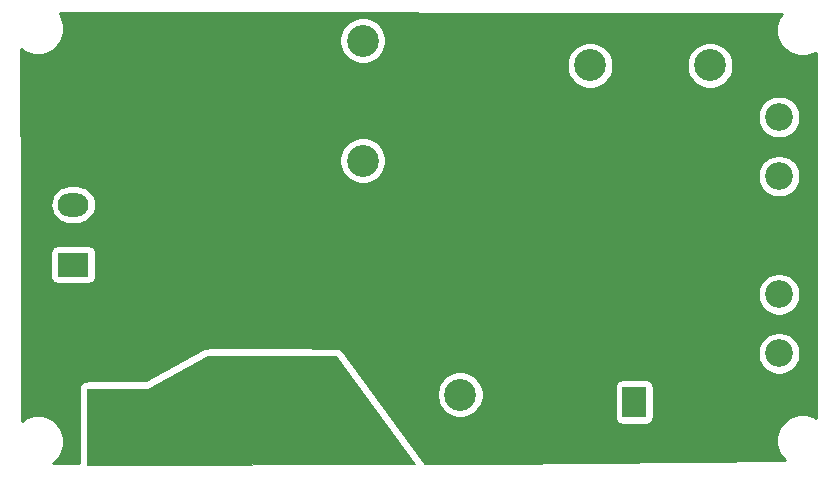
<source format=gbr>
G04 #@! TF.GenerationSoftware,KiCad,Pcbnew,(5.1.4)-1*
G04 #@! TF.CreationDate,2021-02-21T00:25:35+00:00*
G04 #@! TF.ProjectId,5v_to_bipolar15v_PSU,35765f74-6f5f-4626-9970-6f6c61723135,rev?*
G04 #@! TF.SameCoordinates,Original*
G04 #@! TF.FileFunction,Copper,L2,Bot*
G04 #@! TF.FilePolarity,Positive*
%FSLAX46Y46*%
G04 Gerber Fmt 4.6, Leading zero omitted, Abs format (unit mm)*
G04 Created by KiCad (PCBNEW (5.1.4)-1) date 2021-02-21 00:25:35*
%MOMM*%
%LPD*%
G04 APERTURE LIST*
%ADD10C,0.100000*%
%ADD11C,2.700020*%
%ADD12R,2.000000X2.600000*%
%ADD13O,2.000000X2.600000*%
%ADD14R,2.600000X2.000000*%
%ADD15O,2.600000X2.000000*%
%ADD16C,2.350000*%
%ADD17C,0.800000*%
%ADD18C,0.254000*%
G04 APERTURE END LIST*
D10*
G36*
X142491000Y-107184900D02*
G01*
X149158500Y-116328900D01*
X121345000Y-116440400D01*
X121345000Y-109963400D01*
X126552000Y-109963400D01*
X131632000Y-107169400D01*
X138363000Y-107169400D01*
X142491000Y-107184900D01*
G37*
X142491000Y-107184900D02*
X149158500Y-116328900D01*
X121345000Y-116440400D01*
X121345000Y-109963400D01*
X126552000Y-109963400D01*
X131632000Y-107169400D01*
X138363000Y-107169400D01*
X142491000Y-107184900D01*
D11*
X152961000Y-110471400D03*
X142801000Y-110471400D03*
X174121000Y-82603400D03*
X163961000Y-82603400D03*
X144713000Y-90659400D03*
X144713000Y-80499400D03*
D12*
X167711000Y-111103400D03*
D13*
X165171000Y-111103400D03*
D14*
X120201500Y-99466400D03*
D15*
X120201500Y-96926400D03*
X120201500Y-94386400D03*
D16*
X179961000Y-101976400D03*
X179961000Y-106976400D03*
X179961000Y-91976400D03*
X179961000Y-86976400D03*
D17*
X129981000Y-115043400D03*
X129981000Y-112503400D03*
X132521000Y-115043400D03*
X127441000Y-115043400D03*
X124901000Y-115043400D03*
X135061000Y-115043400D03*
X137601000Y-115043400D03*
X140141000Y-115043400D03*
X140141000Y-112503400D03*
X142681000Y-115043400D03*
X145221000Y-115043400D03*
X142681000Y-112503400D03*
X152841000Y-97771400D03*
X132521000Y-92183400D03*
X135061000Y-92183400D03*
X137601000Y-92183400D03*
X137601000Y-102343400D03*
X126805500Y-95406400D03*
X126805500Y-99216400D03*
X152079000Y-95993400D03*
X152865900Y-96882400D03*
X152865900Y-95965200D03*
X152079000Y-96882400D03*
X126166500Y-96926400D03*
X174453000Y-111796900D03*
X170643000Y-111796900D03*
X117915500Y-85246400D03*
X117915500Y-87786400D03*
X117915500Y-90326400D03*
X117915500Y-109376400D03*
X117915500Y-106836400D03*
X117915500Y-104296400D03*
X173961000Y-90853400D03*
X173961000Y-89853400D03*
X137601000Y-99803400D03*
X137601000Y-97263400D03*
X137601000Y-94723400D03*
X135061000Y-94723400D03*
X135061000Y-97263400D03*
X135061000Y-99803400D03*
X132521000Y-99803400D03*
X132521000Y-97263400D03*
X132521000Y-94723400D03*
X129981000Y-92183400D03*
X129981000Y-94723400D03*
X129981000Y-97263400D03*
X129981000Y-99803400D03*
X140141000Y-99803400D03*
X140141000Y-97263400D03*
X140141000Y-94723400D03*
X140141000Y-92183400D03*
X140141000Y-89643400D03*
X140141000Y-102343400D03*
X140141000Y-104883400D03*
X142681000Y-104883400D03*
X157667000Y-113773400D03*
X163001000Y-113773400D03*
X152333000Y-115043400D03*
X149031000Y-113011400D03*
X144586000Y-107423400D03*
X146745000Y-110217400D03*
X142046000Y-87103400D03*
X144967000Y-84055400D03*
X147507000Y-79864400D03*
X150809000Y-78721400D03*
X155635000Y-78721400D03*
X160461000Y-78721400D03*
X165287000Y-78721400D03*
X168843000Y-82531400D03*
X167282000Y-85626400D03*
X167282000Y-88039400D03*
X167282000Y-90579400D03*
X166049000Y-96247400D03*
X166176000Y-101708400D03*
X169568000Y-108105400D03*
X152105500Y-95104400D03*
X152079000Y-97771400D03*
D18*
G36*
X180191991Y-78228016D02*
G01*
X179980369Y-78544731D01*
X179811890Y-78951475D01*
X179726000Y-79383272D01*
X179726000Y-79823528D01*
X179811890Y-80255325D01*
X179980369Y-80662069D01*
X180224962Y-81028129D01*
X180536271Y-81339438D01*
X180902331Y-81584031D01*
X181309075Y-81752510D01*
X181740872Y-81838400D01*
X182181128Y-81838400D01*
X182612925Y-81752510D01*
X183019669Y-81584031D01*
X183084000Y-81541046D01*
X183084000Y-112415754D01*
X183019669Y-112372769D01*
X182612925Y-112204290D01*
X182181128Y-112118400D01*
X181740872Y-112118400D01*
X181309075Y-112204290D01*
X180902331Y-112372769D01*
X180536271Y-112617362D01*
X180224962Y-112928671D01*
X179980369Y-113294731D01*
X179811890Y-113701475D01*
X179726000Y-114133272D01*
X179726000Y-114573528D01*
X179811890Y-115005325D01*
X179980369Y-115412069D01*
X180224962Y-115778129D01*
X180456425Y-116009592D01*
X155831744Y-116306400D01*
X149994729Y-116306400D01*
X149720729Y-115938630D01*
X149717566Y-115933084D01*
X149711985Y-115925317D01*
X145592615Y-110275894D01*
X150975990Y-110275894D01*
X150975990Y-110666906D01*
X151052272Y-111050406D01*
X151201907Y-111411655D01*
X151419142Y-111736770D01*
X151695630Y-112013258D01*
X152020745Y-112230493D01*
X152381994Y-112380128D01*
X152765494Y-112456410D01*
X153156506Y-112456410D01*
X153540006Y-112380128D01*
X153901255Y-112230493D01*
X154226370Y-112013258D01*
X154502858Y-111736770D01*
X154720093Y-111411655D01*
X154869728Y-111050406D01*
X154946010Y-110666906D01*
X154946010Y-110275894D01*
X154869728Y-109892394D01*
X154832866Y-109803400D01*
X166072928Y-109803400D01*
X166072928Y-112403400D01*
X166085188Y-112527882D01*
X166121498Y-112647580D01*
X166180463Y-112757894D01*
X166259815Y-112854585D01*
X166356506Y-112933937D01*
X166466820Y-112992902D01*
X166586518Y-113029212D01*
X166711000Y-113041472D01*
X168711000Y-113041472D01*
X168835482Y-113029212D01*
X168955180Y-112992902D01*
X169065494Y-112933937D01*
X169162185Y-112854585D01*
X169241537Y-112757894D01*
X169300502Y-112647580D01*
X169336812Y-112527882D01*
X169349072Y-112403400D01*
X169349072Y-109803400D01*
X169336812Y-109678918D01*
X169300502Y-109559220D01*
X169241537Y-109448906D01*
X169162185Y-109352215D01*
X169065494Y-109272863D01*
X168955180Y-109213898D01*
X168835482Y-109177588D01*
X168711000Y-109165328D01*
X166711000Y-109165328D01*
X166586518Y-109177588D01*
X166466820Y-109213898D01*
X166356506Y-109272863D01*
X166259815Y-109352215D01*
X166180463Y-109448906D01*
X166121498Y-109559220D01*
X166085188Y-109678918D01*
X166072928Y-109803400D01*
X154832866Y-109803400D01*
X154720093Y-109531145D01*
X154502858Y-109206030D01*
X154226370Y-108929542D01*
X153901255Y-108712307D01*
X153540006Y-108562672D01*
X153156506Y-108486390D01*
X152765494Y-108486390D01*
X152381994Y-108562672D01*
X152020745Y-108712307D01*
X151695630Y-108929542D01*
X151419142Y-109206030D01*
X151201907Y-109531145D01*
X151052272Y-109892394D01*
X150975990Y-110275894D01*
X145592615Y-110275894D01*
X143056746Y-106798131D01*
X178151000Y-106798131D01*
X178151000Y-107154669D01*
X178220557Y-107504358D01*
X178356999Y-107833757D01*
X178555081Y-108130208D01*
X178807192Y-108382319D01*
X179103643Y-108580401D01*
X179433042Y-108716843D01*
X179782731Y-108786400D01*
X180139269Y-108786400D01*
X180488958Y-108716843D01*
X180818357Y-108580401D01*
X181114808Y-108382319D01*
X181366919Y-108130208D01*
X181565001Y-107833757D01*
X181701443Y-107504358D01*
X181771000Y-107154669D01*
X181771000Y-106798131D01*
X181701443Y-106448442D01*
X181565001Y-106119043D01*
X181366919Y-105822592D01*
X181114808Y-105570481D01*
X180818357Y-105372399D01*
X180488958Y-105235957D01*
X180139269Y-105166400D01*
X179782731Y-105166400D01*
X179433042Y-105235957D01*
X179103643Y-105372399D01*
X178807192Y-105570481D01*
X178555081Y-105822592D01*
X178356999Y-106119043D01*
X178220557Y-106448442D01*
X178151000Y-106798131D01*
X143056746Y-106798131D01*
X143044485Y-106781317D01*
X143012344Y-106745241D01*
X142982210Y-106707472D01*
X142967965Y-106695428D01*
X142955554Y-106681497D01*
X142917013Y-106652347D01*
X142880121Y-106621154D01*
X142863810Y-106612107D01*
X142848929Y-106600852D01*
X142805460Y-106579743D01*
X142763212Y-106556310D01*
X142745453Y-106550603D01*
X142728670Y-106542453D01*
X142681939Y-106530192D01*
X142635935Y-106515408D01*
X142617401Y-106513259D01*
X142599359Y-106508525D01*
X142551129Y-106505574D01*
X142503136Y-106500008D01*
X142493572Y-106499905D01*
X138365572Y-106484405D01*
X138365443Y-106484417D01*
X138363000Y-106484400D01*
X131632000Y-106484400D01*
X131598592Y-106487676D01*
X131565027Y-106487682D01*
X131532226Y-106494183D01*
X131498949Y-106497446D01*
X131466819Y-106507146D01*
X131433890Y-106513673D01*
X131402975Y-106526422D01*
X131370967Y-106536086D01*
X131341328Y-106551845D01*
X131310298Y-106564642D01*
X131301886Y-106569192D01*
X126376053Y-109278400D01*
X121345000Y-109278400D01*
X121280855Y-109284690D01*
X121216644Y-109290533D01*
X121214338Y-109291212D01*
X121211949Y-109291446D01*
X121150277Y-109310066D01*
X121088394Y-109328279D01*
X121086264Y-109329392D01*
X121083967Y-109330086D01*
X121027114Y-109360316D01*
X120969919Y-109390216D01*
X120968045Y-109391723D01*
X120965927Y-109392849D01*
X120916014Y-109433557D01*
X120865731Y-109473986D01*
X120864187Y-109475827D01*
X120862326Y-109477344D01*
X120821234Y-109527016D01*
X120779797Y-109576398D01*
X120778640Y-109578502D01*
X120777109Y-109580353D01*
X120746459Y-109637039D01*
X120715392Y-109693550D01*
X120714665Y-109695842D01*
X120713524Y-109697952D01*
X120694476Y-109759484D01*
X120674969Y-109820980D01*
X120674701Y-109823368D01*
X120673991Y-109825662D01*
X120667254Y-109889766D01*
X120660067Y-109953836D01*
X120660035Y-109958450D01*
X120660017Y-109958618D01*
X120660032Y-109958786D01*
X120660000Y-109963400D01*
X120660000Y-116306400D01*
X118486639Y-116306400D01*
X118642229Y-116202438D01*
X118953538Y-115891129D01*
X119198131Y-115525069D01*
X119366610Y-115118325D01*
X119452500Y-114686528D01*
X119452500Y-114246272D01*
X119366610Y-113814475D01*
X119198131Y-113407731D01*
X118953538Y-113041671D01*
X118642229Y-112730362D01*
X118276169Y-112485769D01*
X117869425Y-112317290D01*
X117437628Y-112231400D01*
X116997372Y-112231400D01*
X116565575Y-112317290D01*
X116158831Y-112485769D01*
X115844387Y-112695874D01*
X115836874Y-101798131D01*
X178151000Y-101798131D01*
X178151000Y-102154669D01*
X178220557Y-102504358D01*
X178356999Y-102833757D01*
X178555081Y-103130208D01*
X178807192Y-103382319D01*
X179103643Y-103580401D01*
X179433042Y-103716843D01*
X179782731Y-103786400D01*
X180139269Y-103786400D01*
X180488958Y-103716843D01*
X180818357Y-103580401D01*
X181114808Y-103382319D01*
X181366919Y-103130208D01*
X181565001Y-102833757D01*
X181701443Y-102504358D01*
X181771000Y-102154669D01*
X181771000Y-101798131D01*
X181701443Y-101448442D01*
X181565001Y-101119043D01*
X181366919Y-100822592D01*
X181114808Y-100570481D01*
X180818357Y-100372399D01*
X180488958Y-100235957D01*
X180139269Y-100166400D01*
X179782731Y-100166400D01*
X179433042Y-100235957D01*
X179103643Y-100372399D01*
X178807192Y-100570481D01*
X178555081Y-100822592D01*
X178356999Y-101119043D01*
X178220557Y-101448442D01*
X178151000Y-101798131D01*
X115836874Y-101798131D01*
X115834577Y-98466400D01*
X118263428Y-98466400D01*
X118263428Y-100466400D01*
X118275688Y-100590882D01*
X118311998Y-100710580D01*
X118370963Y-100820894D01*
X118450315Y-100917585D01*
X118547006Y-100996937D01*
X118657320Y-101055902D01*
X118777018Y-101092212D01*
X118901500Y-101104472D01*
X121501500Y-101104472D01*
X121625982Y-101092212D01*
X121745680Y-101055902D01*
X121855994Y-100996937D01*
X121952685Y-100917585D01*
X122032037Y-100820894D01*
X122091002Y-100710580D01*
X122127312Y-100590882D01*
X122139572Y-100466400D01*
X122139572Y-98466400D01*
X122127312Y-98341918D01*
X122091002Y-98222220D01*
X122032037Y-98111906D01*
X121952685Y-98015215D01*
X121855994Y-97935863D01*
X121745680Y-97876898D01*
X121625982Y-97840588D01*
X121501500Y-97828328D01*
X118901500Y-97828328D01*
X118777018Y-97840588D01*
X118657320Y-97876898D01*
X118547006Y-97935863D01*
X118450315Y-98015215D01*
X118370963Y-98111906D01*
X118311998Y-98222220D01*
X118275688Y-98341918D01*
X118263428Y-98466400D01*
X115834577Y-98466400D01*
X115831764Y-94386400D01*
X118258589Y-94386400D01*
X118290157Y-94706916D01*
X118383648Y-95015115D01*
X118535469Y-95299152D01*
X118739786Y-95548114D01*
X118988748Y-95752431D01*
X119272785Y-95904252D01*
X119580984Y-95997743D01*
X119821178Y-96021400D01*
X120581822Y-96021400D01*
X120822016Y-95997743D01*
X121130215Y-95904252D01*
X121414252Y-95752431D01*
X121663214Y-95548114D01*
X121867531Y-95299152D01*
X122019352Y-95015115D01*
X122112843Y-94706916D01*
X122144411Y-94386400D01*
X122112843Y-94065884D01*
X122019352Y-93757685D01*
X121867531Y-93473648D01*
X121663214Y-93224686D01*
X121414252Y-93020369D01*
X121130215Y-92868548D01*
X120822016Y-92775057D01*
X120581822Y-92751400D01*
X119821178Y-92751400D01*
X119580984Y-92775057D01*
X119272785Y-92868548D01*
X118988748Y-93020369D01*
X118739786Y-93224686D01*
X118535469Y-93473648D01*
X118383648Y-93757685D01*
X118290157Y-94065884D01*
X118258589Y-94386400D01*
X115831764Y-94386400D01*
X115829060Y-90463894D01*
X142727990Y-90463894D01*
X142727990Y-90854906D01*
X142804272Y-91238406D01*
X142953907Y-91599655D01*
X143171142Y-91924770D01*
X143447630Y-92201258D01*
X143772745Y-92418493D01*
X144133994Y-92568128D01*
X144517494Y-92644410D01*
X144908506Y-92644410D01*
X145292006Y-92568128D01*
X145653255Y-92418493D01*
X145978370Y-92201258D01*
X146254858Y-91924770D01*
X146339475Y-91798131D01*
X178151000Y-91798131D01*
X178151000Y-92154669D01*
X178220557Y-92504358D01*
X178356999Y-92833757D01*
X178555081Y-93130208D01*
X178807192Y-93382319D01*
X179103643Y-93580401D01*
X179433042Y-93716843D01*
X179782731Y-93786400D01*
X180139269Y-93786400D01*
X180488958Y-93716843D01*
X180818357Y-93580401D01*
X181114808Y-93382319D01*
X181366919Y-93130208D01*
X181565001Y-92833757D01*
X181701443Y-92504358D01*
X181771000Y-92154669D01*
X181771000Y-91798131D01*
X181701443Y-91448442D01*
X181565001Y-91119043D01*
X181366919Y-90822592D01*
X181114808Y-90570481D01*
X180818357Y-90372399D01*
X180488958Y-90235957D01*
X180139269Y-90166400D01*
X179782731Y-90166400D01*
X179433042Y-90235957D01*
X179103643Y-90372399D01*
X178807192Y-90570481D01*
X178555081Y-90822592D01*
X178356999Y-91119043D01*
X178220557Y-91448442D01*
X178151000Y-91798131D01*
X146339475Y-91798131D01*
X146472093Y-91599655D01*
X146621728Y-91238406D01*
X146698010Y-90854906D01*
X146698010Y-90463894D01*
X146621728Y-90080394D01*
X146472093Y-89719145D01*
X146254858Y-89394030D01*
X145978370Y-89117542D01*
X145653255Y-88900307D01*
X145292006Y-88750672D01*
X144908506Y-88674390D01*
X144517494Y-88674390D01*
X144133994Y-88750672D01*
X143772745Y-88900307D01*
X143447630Y-89117542D01*
X143171142Y-89394030D01*
X142953907Y-89719145D01*
X142804272Y-90080394D01*
X142727990Y-90463894D01*
X115829060Y-90463894D01*
X115826533Y-86798131D01*
X178151000Y-86798131D01*
X178151000Y-87154669D01*
X178220557Y-87504358D01*
X178356999Y-87833757D01*
X178555081Y-88130208D01*
X178807192Y-88382319D01*
X179103643Y-88580401D01*
X179433042Y-88716843D01*
X179782731Y-88786400D01*
X180139269Y-88786400D01*
X180488958Y-88716843D01*
X180818357Y-88580401D01*
X181114808Y-88382319D01*
X181366919Y-88130208D01*
X181565001Y-87833757D01*
X181701443Y-87504358D01*
X181771000Y-87154669D01*
X181771000Y-86798131D01*
X181701443Y-86448442D01*
X181565001Y-86119043D01*
X181366919Y-85822592D01*
X181114808Y-85570481D01*
X180818357Y-85372399D01*
X180488958Y-85235957D01*
X180139269Y-85166400D01*
X179782731Y-85166400D01*
X179433042Y-85235957D01*
X179103643Y-85372399D01*
X178807192Y-85570481D01*
X178555081Y-85822592D01*
X178356999Y-86119043D01*
X178220557Y-86448442D01*
X178151000Y-86798131D01*
X115826533Y-86798131D01*
X115822688Y-81222428D01*
X116158831Y-81447031D01*
X116565575Y-81615510D01*
X116997372Y-81701400D01*
X117437628Y-81701400D01*
X117869425Y-81615510D01*
X118276169Y-81447031D01*
X118642229Y-81202438D01*
X118953538Y-80891129D01*
X119198131Y-80525069D01*
X119289744Y-80303894D01*
X142727990Y-80303894D01*
X142727990Y-80694906D01*
X142804272Y-81078406D01*
X142953907Y-81439655D01*
X143171142Y-81764770D01*
X143447630Y-82041258D01*
X143772745Y-82258493D01*
X144133994Y-82408128D01*
X144517494Y-82484410D01*
X144908506Y-82484410D01*
X145292006Y-82408128D01*
X145292570Y-82407894D01*
X161975990Y-82407894D01*
X161975990Y-82798906D01*
X162052272Y-83182406D01*
X162201907Y-83543655D01*
X162419142Y-83868770D01*
X162695630Y-84145258D01*
X163020745Y-84362493D01*
X163381994Y-84512128D01*
X163765494Y-84588410D01*
X164156506Y-84588410D01*
X164540006Y-84512128D01*
X164901255Y-84362493D01*
X165226370Y-84145258D01*
X165502858Y-83868770D01*
X165720093Y-83543655D01*
X165869728Y-83182406D01*
X165946010Y-82798906D01*
X165946010Y-82407894D01*
X172135990Y-82407894D01*
X172135990Y-82798906D01*
X172212272Y-83182406D01*
X172361907Y-83543655D01*
X172579142Y-83868770D01*
X172855630Y-84145258D01*
X173180745Y-84362493D01*
X173541994Y-84512128D01*
X173925494Y-84588410D01*
X174316506Y-84588410D01*
X174700006Y-84512128D01*
X175061255Y-84362493D01*
X175386370Y-84145258D01*
X175662858Y-83868770D01*
X175880093Y-83543655D01*
X176029728Y-83182406D01*
X176106010Y-82798906D01*
X176106010Y-82407894D01*
X176029728Y-82024394D01*
X175880093Y-81663145D01*
X175662858Y-81338030D01*
X175386370Y-81061542D01*
X175061255Y-80844307D01*
X174700006Y-80694672D01*
X174316506Y-80618390D01*
X173925494Y-80618390D01*
X173541994Y-80694672D01*
X173180745Y-80844307D01*
X172855630Y-81061542D01*
X172579142Y-81338030D01*
X172361907Y-81663145D01*
X172212272Y-82024394D01*
X172135990Y-82407894D01*
X165946010Y-82407894D01*
X165869728Y-82024394D01*
X165720093Y-81663145D01*
X165502858Y-81338030D01*
X165226370Y-81061542D01*
X164901255Y-80844307D01*
X164540006Y-80694672D01*
X164156506Y-80618390D01*
X163765494Y-80618390D01*
X163381994Y-80694672D01*
X163020745Y-80844307D01*
X162695630Y-81061542D01*
X162419142Y-81338030D01*
X162201907Y-81663145D01*
X162052272Y-82024394D01*
X161975990Y-82407894D01*
X145292570Y-82407894D01*
X145653255Y-82258493D01*
X145978370Y-82041258D01*
X146254858Y-81764770D01*
X146472093Y-81439655D01*
X146621728Y-81078406D01*
X146698010Y-80694906D01*
X146698010Y-80303894D01*
X146621728Y-79920394D01*
X146472093Y-79559145D01*
X146254858Y-79234030D01*
X145978370Y-78957542D01*
X145653255Y-78740307D01*
X145292006Y-78590672D01*
X144908506Y-78514390D01*
X144517494Y-78514390D01*
X144133994Y-78590672D01*
X143772745Y-78740307D01*
X143447630Y-78957542D01*
X143171142Y-79234030D01*
X142953907Y-79559145D01*
X142804272Y-79920394D01*
X142727990Y-80303894D01*
X119289744Y-80303894D01*
X119366610Y-80118325D01*
X119452500Y-79686528D01*
X119452500Y-79246272D01*
X119366610Y-78814475D01*
X119198131Y-78407731D01*
X119045783Y-78179725D01*
X180191991Y-78228016D01*
X180191991Y-78228016D01*
G37*
X180191991Y-78228016D02*
X179980369Y-78544731D01*
X179811890Y-78951475D01*
X179726000Y-79383272D01*
X179726000Y-79823528D01*
X179811890Y-80255325D01*
X179980369Y-80662069D01*
X180224962Y-81028129D01*
X180536271Y-81339438D01*
X180902331Y-81584031D01*
X181309075Y-81752510D01*
X181740872Y-81838400D01*
X182181128Y-81838400D01*
X182612925Y-81752510D01*
X183019669Y-81584031D01*
X183084000Y-81541046D01*
X183084000Y-112415754D01*
X183019669Y-112372769D01*
X182612925Y-112204290D01*
X182181128Y-112118400D01*
X181740872Y-112118400D01*
X181309075Y-112204290D01*
X180902331Y-112372769D01*
X180536271Y-112617362D01*
X180224962Y-112928671D01*
X179980369Y-113294731D01*
X179811890Y-113701475D01*
X179726000Y-114133272D01*
X179726000Y-114573528D01*
X179811890Y-115005325D01*
X179980369Y-115412069D01*
X180224962Y-115778129D01*
X180456425Y-116009592D01*
X155831744Y-116306400D01*
X149994729Y-116306400D01*
X149720729Y-115938630D01*
X149717566Y-115933084D01*
X149711985Y-115925317D01*
X145592615Y-110275894D01*
X150975990Y-110275894D01*
X150975990Y-110666906D01*
X151052272Y-111050406D01*
X151201907Y-111411655D01*
X151419142Y-111736770D01*
X151695630Y-112013258D01*
X152020745Y-112230493D01*
X152381994Y-112380128D01*
X152765494Y-112456410D01*
X153156506Y-112456410D01*
X153540006Y-112380128D01*
X153901255Y-112230493D01*
X154226370Y-112013258D01*
X154502858Y-111736770D01*
X154720093Y-111411655D01*
X154869728Y-111050406D01*
X154946010Y-110666906D01*
X154946010Y-110275894D01*
X154869728Y-109892394D01*
X154832866Y-109803400D01*
X166072928Y-109803400D01*
X166072928Y-112403400D01*
X166085188Y-112527882D01*
X166121498Y-112647580D01*
X166180463Y-112757894D01*
X166259815Y-112854585D01*
X166356506Y-112933937D01*
X166466820Y-112992902D01*
X166586518Y-113029212D01*
X166711000Y-113041472D01*
X168711000Y-113041472D01*
X168835482Y-113029212D01*
X168955180Y-112992902D01*
X169065494Y-112933937D01*
X169162185Y-112854585D01*
X169241537Y-112757894D01*
X169300502Y-112647580D01*
X169336812Y-112527882D01*
X169349072Y-112403400D01*
X169349072Y-109803400D01*
X169336812Y-109678918D01*
X169300502Y-109559220D01*
X169241537Y-109448906D01*
X169162185Y-109352215D01*
X169065494Y-109272863D01*
X168955180Y-109213898D01*
X168835482Y-109177588D01*
X168711000Y-109165328D01*
X166711000Y-109165328D01*
X166586518Y-109177588D01*
X166466820Y-109213898D01*
X166356506Y-109272863D01*
X166259815Y-109352215D01*
X166180463Y-109448906D01*
X166121498Y-109559220D01*
X166085188Y-109678918D01*
X166072928Y-109803400D01*
X154832866Y-109803400D01*
X154720093Y-109531145D01*
X154502858Y-109206030D01*
X154226370Y-108929542D01*
X153901255Y-108712307D01*
X153540006Y-108562672D01*
X153156506Y-108486390D01*
X152765494Y-108486390D01*
X152381994Y-108562672D01*
X152020745Y-108712307D01*
X151695630Y-108929542D01*
X151419142Y-109206030D01*
X151201907Y-109531145D01*
X151052272Y-109892394D01*
X150975990Y-110275894D01*
X145592615Y-110275894D01*
X143056746Y-106798131D01*
X178151000Y-106798131D01*
X178151000Y-107154669D01*
X178220557Y-107504358D01*
X178356999Y-107833757D01*
X178555081Y-108130208D01*
X178807192Y-108382319D01*
X179103643Y-108580401D01*
X179433042Y-108716843D01*
X179782731Y-108786400D01*
X180139269Y-108786400D01*
X180488958Y-108716843D01*
X180818357Y-108580401D01*
X181114808Y-108382319D01*
X181366919Y-108130208D01*
X181565001Y-107833757D01*
X181701443Y-107504358D01*
X181771000Y-107154669D01*
X181771000Y-106798131D01*
X181701443Y-106448442D01*
X181565001Y-106119043D01*
X181366919Y-105822592D01*
X181114808Y-105570481D01*
X180818357Y-105372399D01*
X180488958Y-105235957D01*
X180139269Y-105166400D01*
X179782731Y-105166400D01*
X179433042Y-105235957D01*
X179103643Y-105372399D01*
X178807192Y-105570481D01*
X178555081Y-105822592D01*
X178356999Y-106119043D01*
X178220557Y-106448442D01*
X178151000Y-106798131D01*
X143056746Y-106798131D01*
X143044485Y-106781317D01*
X143012344Y-106745241D01*
X142982210Y-106707472D01*
X142967965Y-106695428D01*
X142955554Y-106681497D01*
X142917013Y-106652347D01*
X142880121Y-106621154D01*
X142863810Y-106612107D01*
X142848929Y-106600852D01*
X142805460Y-106579743D01*
X142763212Y-106556310D01*
X142745453Y-106550603D01*
X142728670Y-106542453D01*
X142681939Y-106530192D01*
X142635935Y-106515408D01*
X142617401Y-106513259D01*
X142599359Y-106508525D01*
X142551129Y-106505574D01*
X142503136Y-106500008D01*
X142493572Y-106499905D01*
X138365572Y-106484405D01*
X138365443Y-106484417D01*
X138363000Y-106484400D01*
X131632000Y-106484400D01*
X131598592Y-106487676D01*
X131565027Y-106487682D01*
X131532226Y-106494183D01*
X131498949Y-106497446D01*
X131466819Y-106507146D01*
X131433890Y-106513673D01*
X131402975Y-106526422D01*
X131370967Y-106536086D01*
X131341328Y-106551845D01*
X131310298Y-106564642D01*
X131301886Y-106569192D01*
X126376053Y-109278400D01*
X121345000Y-109278400D01*
X121280855Y-109284690D01*
X121216644Y-109290533D01*
X121214338Y-109291212D01*
X121211949Y-109291446D01*
X121150277Y-109310066D01*
X121088394Y-109328279D01*
X121086264Y-109329392D01*
X121083967Y-109330086D01*
X121027114Y-109360316D01*
X120969919Y-109390216D01*
X120968045Y-109391723D01*
X120965927Y-109392849D01*
X120916014Y-109433557D01*
X120865731Y-109473986D01*
X120864187Y-109475827D01*
X120862326Y-109477344D01*
X120821234Y-109527016D01*
X120779797Y-109576398D01*
X120778640Y-109578502D01*
X120777109Y-109580353D01*
X120746459Y-109637039D01*
X120715392Y-109693550D01*
X120714665Y-109695842D01*
X120713524Y-109697952D01*
X120694476Y-109759484D01*
X120674969Y-109820980D01*
X120674701Y-109823368D01*
X120673991Y-109825662D01*
X120667254Y-109889766D01*
X120660067Y-109953836D01*
X120660035Y-109958450D01*
X120660017Y-109958618D01*
X120660032Y-109958786D01*
X120660000Y-109963400D01*
X120660000Y-116306400D01*
X118486639Y-116306400D01*
X118642229Y-116202438D01*
X118953538Y-115891129D01*
X119198131Y-115525069D01*
X119366610Y-115118325D01*
X119452500Y-114686528D01*
X119452500Y-114246272D01*
X119366610Y-113814475D01*
X119198131Y-113407731D01*
X118953538Y-113041671D01*
X118642229Y-112730362D01*
X118276169Y-112485769D01*
X117869425Y-112317290D01*
X117437628Y-112231400D01*
X116997372Y-112231400D01*
X116565575Y-112317290D01*
X116158831Y-112485769D01*
X115844387Y-112695874D01*
X115836874Y-101798131D01*
X178151000Y-101798131D01*
X178151000Y-102154669D01*
X178220557Y-102504358D01*
X178356999Y-102833757D01*
X178555081Y-103130208D01*
X178807192Y-103382319D01*
X179103643Y-103580401D01*
X179433042Y-103716843D01*
X179782731Y-103786400D01*
X180139269Y-103786400D01*
X180488958Y-103716843D01*
X180818357Y-103580401D01*
X181114808Y-103382319D01*
X181366919Y-103130208D01*
X181565001Y-102833757D01*
X181701443Y-102504358D01*
X181771000Y-102154669D01*
X181771000Y-101798131D01*
X181701443Y-101448442D01*
X181565001Y-101119043D01*
X181366919Y-100822592D01*
X181114808Y-100570481D01*
X180818357Y-100372399D01*
X180488958Y-100235957D01*
X180139269Y-100166400D01*
X179782731Y-100166400D01*
X179433042Y-100235957D01*
X179103643Y-100372399D01*
X178807192Y-100570481D01*
X178555081Y-100822592D01*
X178356999Y-101119043D01*
X178220557Y-101448442D01*
X178151000Y-101798131D01*
X115836874Y-101798131D01*
X115834577Y-98466400D01*
X118263428Y-98466400D01*
X118263428Y-100466400D01*
X118275688Y-100590882D01*
X118311998Y-100710580D01*
X118370963Y-100820894D01*
X118450315Y-100917585D01*
X118547006Y-100996937D01*
X118657320Y-101055902D01*
X118777018Y-101092212D01*
X118901500Y-101104472D01*
X121501500Y-101104472D01*
X121625982Y-101092212D01*
X121745680Y-101055902D01*
X121855994Y-100996937D01*
X121952685Y-100917585D01*
X122032037Y-100820894D01*
X122091002Y-100710580D01*
X122127312Y-100590882D01*
X122139572Y-100466400D01*
X122139572Y-98466400D01*
X122127312Y-98341918D01*
X122091002Y-98222220D01*
X122032037Y-98111906D01*
X121952685Y-98015215D01*
X121855994Y-97935863D01*
X121745680Y-97876898D01*
X121625982Y-97840588D01*
X121501500Y-97828328D01*
X118901500Y-97828328D01*
X118777018Y-97840588D01*
X118657320Y-97876898D01*
X118547006Y-97935863D01*
X118450315Y-98015215D01*
X118370963Y-98111906D01*
X118311998Y-98222220D01*
X118275688Y-98341918D01*
X118263428Y-98466400D01*
X115834577Y-98466400D01*
X115831764Y-94386400D01*
X118258589Y-94386400D01*
X118290157Y-94706916D01*
X118383648Y-95015115D01*
X118535469Y-95299152D01*
X118739786Y-95548114D01*
X118988748Y-95752431D01*
X119272785Y-95904252D01*
X119580984Y-95997743D01*
X119821178Y-96021400D01*
X120581822Y-96021400D01*
X120822016Y-95997743D01*
X121130215Y-95904252D01*
X121414252Y-95752431D01*
X121663214Y-95548114D01*
X121867531Y-95299152D01*
X122019352Y-95015115D01*
X122112843Y-94706916D01*
X122144411Y-94386400D01*
X122112843Y-94065884D01*
X122019352Y-93757685D01*
X121867531Y-93473648D01*
X121663214Y-93224686D01*
X121414252Y-93020369D01*
X121130215Y-92868548D01*
X120822016Y-92775057D01*
X120581822Y-92751400D01*
X119821178Y-92751400D01*
X119580984Y-92775057D01*
X119272785Y-92868548D01*
X118988748Y-93020369D01*
X118739786Y-93224686D01*
X118535469Y-93473648D01*
X118383648Y-93757685D01*
X118290157Y-94065884D01*
X118258589Y-94386400D01*
X115831764Y-94386400D01*
X115829060Y-90463894D01*
X142727990Y-90463894D01*
X142727990Y-90854906D01*
X142804272Y-91238406D01*
X142953907Y-91599655D01*
X143171142Y-91924770D01*
X143447630Y-92201258D01*
X143772745Y-92418493D01*
X144133994Y-92568128D01*
X144517494Y-92644410D01*
X144908506Y-92644410D01*
X145292006Y-92568128D01*
X145653255Y-92418493D01*
X145978370Y-92201258D01*
X146254858Y-91924770D01*
X146339475Y-91798131D01*
X178151000Y-91798131D01*
X178151000Y-92154669D01*
X178220557Y-92504358D01*
X178356999Y-92833757D01*
X178555081Y-93130208D01*
X178807192Y-93382319D01*
X179103643Y-93580401D01*
X179433042Y-93716843D01*
X179782731Y-93786400D01*
X180139269Y-93786400D01*
X180488958Y-93716843D01*
X180818357Y-93580401D01*
X181114808Y-93382319D01*
X181366919Y-93130208D01*
X181565001Y-92833757D01*
X181701443Y-92504358D01*
X181771000Y-92154669D01*
X181771000Y-91798131D01*
X181701443Y-91448442D01*
X181565001Y-91119043D01*
X181366919Y-90822592D01*
X181114808Y-90570481D01*
X180818357Y-90372399D01*
X180488958Y-90235957D01*
X180139269Y-90166400D01*
X179782731Y-90166400D01*
X179433042Y-90235957D01*
X179103643Y-90372399D01*
X178807192Y-90570481D01*
X178555081Y-90822592D01*
X178356999Y-91119043D01*
X178220557Y-91448442D01*
X178151000Y-91798131D01*
X146339475Y-91798131D01*
X146472093Y-91599655D01*
X146621728Y-91238406D01*
X146698010Y-90854906D01*
X146698010Y-90463894D01*
X146621728Y-90080394D01*
X146472093Y-89719145D01*
X146254858Y-89394030D01*
X145978370Y-89117542D01*
X145653255Y-88900307D01*
X145292006Y-88750672D01*
X144908506Y-88674390D01*
X144517494Y-88674390D01*
X144133994Y-88750672D01*
X143772745Y-88900307D01*
X143447630Y-89117542D01*
X143171142Y-89394030D01*
X142953907Y-89719145D01*
X142804272Y-90080394D01*
X142727990Y-90463894D01*
X115829060Y-90463894D01*
X115826533Y-86798131D01*
X178151000Y-86798131D01*
X178151000Y-87154669D01*
X178220557Y-87504358D01*
X178356999Y-87833757D01*
X178555081Y-88130208D01*
X178807192Y-88382319D01*
X179103643Y-88580401D01*
X179433042Y-88716843D01*
X179782731Y-88786400D01*
X180139269Y-88786400D01*
X180488958Y-88716843D01*
X180818357Y-88580401D01*
X181114808Y-88382319D01*
X181366919Y-88130208D01*
X181565001Y-87833757D01*
X181701443Y-87504358D01*
X181771000Y-87154669D01*
X181771000Y-86798131D01*
X181701443Y-86448442D01*
X181565001Y-86119043D01*
X181366919Y-85822592D01*
X181114808Y-85570481D01*
X180818357Y-85372399D01*
X180488958Y-85235957D01*
X180139269Y-85166400D01*
X179782731Y-85166400D01*
X179433042Y-85235957D01*
X179103643Y-85372399D01*
X178807192Y-85570481D01*
X178555081Y-85822592D01*
X178356999Y-86119043D01*
X178220557Y-86448442D01*
X178151000Y-86798131D01*
X115826533Y-86798131D01*
X115822688Y-81222428D01*
X116158831Y-81447031D01*
X116565575Y-81615510D01*
X116997372Y-81701400D01*
X117437628Y-81701400D01*
X117869425Y-81615510D01*
X118276169Y-81447031D01*
X118642229Y-81202438D01*
X118953538Y-80891129D01*
X119198131Y-80525069D01*
X119289744Y-80303894D01*
X142727990Y-80303894D01*
X142727990Y-80694906D01*
X142804272Y-81078406D01*
X142953907Y-81439655D01*
X143171142Y-81764770D01*
X143447630Y-82041258D01*
X143772745Y-82258493D01*
X144133994Y-82408128D01*
X144517494Y-82484410D01*
X144908506Y-82484410D01*
X145292006Y-82408128D01*
X145292570Y-82407894D01*
X161975990Y-82407894D01*
X161975990Y-82798906D01*
X162052272Y-83182406D01*
X162201907Y-83543655D01*
X162419142Y-83868770D01*
X162695630Y-84145258D01*
X163020745Y-84362493D01*
X163381994Y-84512128D01*
X163765494Y-84588410D01*
X164156506Y-84588410D01*
X164540006Y-84512128D01*
X164901255Y-84362493D01*
X165226370Y-84145258D01*
X165502858Y-83868770D01*
X165720093Y-83543655D01*
X165869728Y-83182406D01*
X165946010Y-82798906D01*
X165946010Y-82407894D01*
X172135990Y-82407894D01*
X172135990Y-82798906D01*
X172212272Y-83182406D01*
X172361907Y-83543655D01*
X172579142Y-83868770D01*
X172855630Y-84145258D01*
X173180745Y-84362493D01*
X173541994Y-84512128D01*
X173925494Y-84588410D01*
X174316506Y-84588410D01*
X174700006Y-84512128D01*
X175061255Y-84362493D01*
X175386370Y-84145258D01*
X175662858Y-83868770D01*
X175880093Y-83543655D01*
X176029728Y-83182406D01*
X176106010Y-82798906D01*
X176106010Y-82407894D01*
X176029728Y-82024394D01*
X175880093Y-81663145D01*
X175662858Y-81338030D01*
X175386370Y-81061542D01*
X175061255Y-80844307D01*
X174700006Y-80694672D01*
X174316506Y-80618390D01*
X173925494Y-80618390D01*
X173541994Y-80694672D01*
X173180745Y-80844307D01*
X172855630Y-81061542D01*
X172579142Y-81338030D01*
X172361907Y-81663145D01*
X172212272Y-82024394D01*
X172135990Y-82407894D01*
X165946010Y-82407894D01*
X165869728Y-82024394D01*
X165720093Y-81663145D01*
X165502858Y-81338030D01*
X165226370Y-81061542D01*
X164901255Y-80844307D01*
X164540006Y-80694672D01*
X164156506Y-80618390D01*
X163765494Y-80618390D01*
X163381994Y-80694672D01*
X163020745Y-80844307D01*
X162695630Y-81061542D01*
X162419142Y-81338030D01*
X162201907Y-81663145D01*
X162052272Y-82024394D01*
X161975990Y-82407894D01*
X145292570Y-82407894D01*
X145653255Y-82258493D01*
X145978370Y-82041258D01*
X146254858Y-81764770D01*
X146472093Y-81439655D01*
X146621728Y-81078406D01*
X146698010Y-80694906D01*
X146698010Y-80303894D01*
X146621728Y-79920394D01*
X146472093Y-79559145D01*
X146254858Y-79234030D01*
X145978370Y-78957542D01*
X145653255Y-78740307D01*
X145292006Y-78590672D01*
X144908506Y-78514390D01*
X144517494Y-78514390D01*
X144133994Y-78590672D01*
X143772745Y-78740307D01*
X143447630Y-78957542D01*
X143171142Y-79234030D01*
X142953907Y-79559145D01*
X142804272Y-79920394D01*
X142727990Y-80303894D01*
X119289744Y-80303894D01*
X119366610Y-80118325D01*
X119452500Y-79686528D01*
X119452500Y-79246272D01*
X119366610Y-78814475D01*
X119198131Y-78407731D01*
X119045783Y-78179725D01*
X180191991Y-78228016D01*
M02*

</source>
